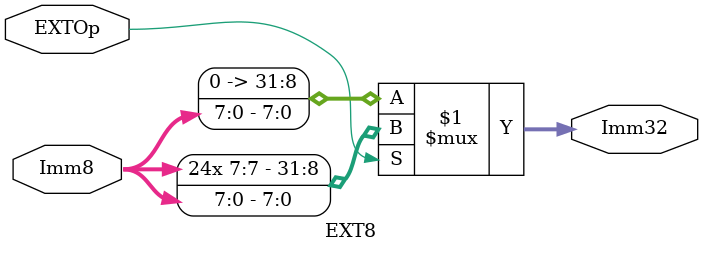
<source format=v>
module EXT16( Imm16,EXTOp,Imm32 );
    
   input  [15:0] Imm16;
   input         EXTOp;
   output [31:0] Imm32;
   
   assign Imm32 = (EXTOp) ? {{16{Imm16[15]}}, Imm16} : {16'd0, Imm16}; // signed-extension or zero extension
       
endmodule

module EXT8( Imm8,EXTOp,Imm32 );
    
   input  [7:0]  Imm8;
   input         EXTOp;
   output [31:0] Imm32;
   
   assign Imm32 = (EXTOp) ? {{24{Imm8[7]}}, Imm8} : {24'd0, Imm8}; // signed-extension or zero extension
       
endmodule
</source>
